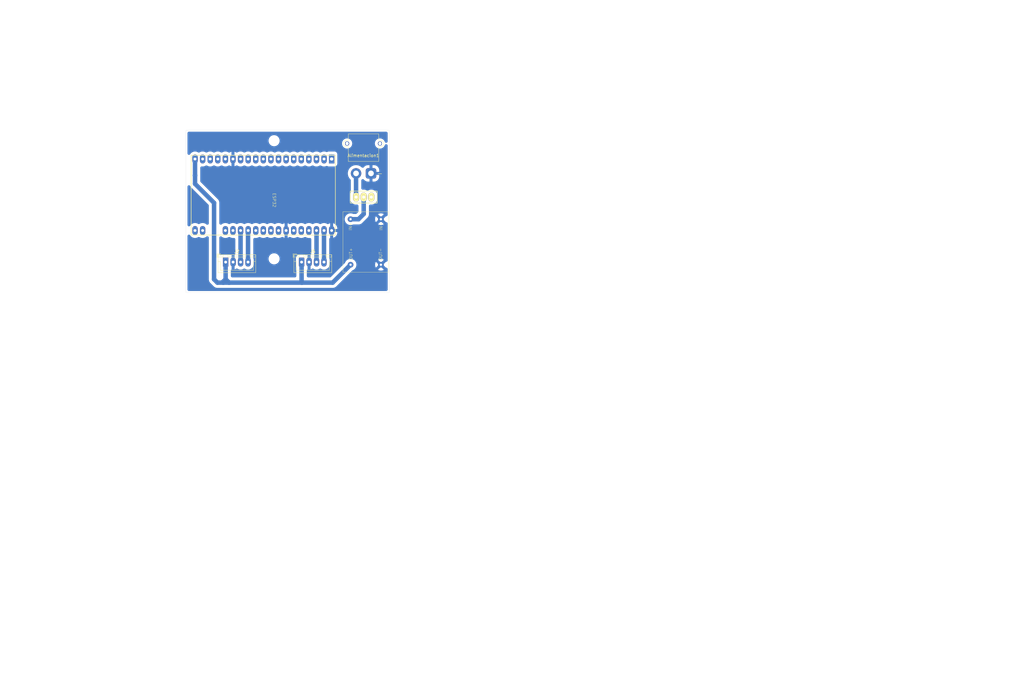
<source format=kicad_pcb>
(kicad_pcb (version 20241229) (generator "pcbnew") (generator_version "9.0")
  (layers (0 "F.Cu" signal) (2 "B.Cu" signal) (13 "F.Paste" user) (15 "B.Paste" user) (5 "F.SilkS" user "F.Silkscreen") (7 "B.SilkS" user "B.Silkscreen") (1 "F.Mask" user) (3 "B.Mask" user) (25 "Edge.Cuts" user))
  (net 0 "")
  (net 1 "VCC")
  (net 2 "GND")
  (net 3 "VCC1")
  (net 4 "INB1")
  (net 5 "INA1")
  (net 6 "INB2")
  (net 7 "INA2")
  (net 9 "LED")
  (net 20 "+5V")
  (footprint "Connector_AMASS:AMASS_XT30PW-M_1x02_P2.50mm_Horizontal" (layer "F.Cu") (at 98.52 42.225)
    (property "Reference" "Alimentacion1" (at -2.57 -5.955 0) (layer "F.SilkS"))
    (property "Value" "TB_1X2" (hide yes))
    (fp_line (start -8.15 -11.11) (end -7.56 -11.11) (stroke (width 0.12)) (layer "F.SilkS"))
    (fp_line (start -8.15 -8.89) (end -7.56 -8.89) (stroke (width 0.12)) (layer "F.SilkS"))
    (fp_line (start -7.56 -13.21) (end -7.56 -11.11) (stroke (width 0.12)) (layer "F.SilkS"))
    (fp_line (start -7.56 -13.21) (end 2.56 -13.21) (stroke (width 0.12)) (layer "F.SilkS"))
    (fp_line (start -7.56 -8.89) (end -7.56 -3.99) (stroke (width 0.12)) (layer "F.SilkS"))
    (fp_line (start -7.56 -3.99) (end 2.56 -3.99) (stroke (width 0.12)) (layer "F.SilkS"))
    (fp_line (start 2.56 -13.21) (end 2.56 -11.11) (stroke (width 0.12)) (layer "F.SilkS"))
    (fp_line (start 2.56 -11.11) (end 3.15 -11.11) (stroke (width 0.12)) (layer "F.SilkS"))
    (fp_line (start 2.56 -8.89) (end 2.56 -3.99) (stroke (width 0.12)) (layer "F.SilkS"))
    (fp_line (start 2.56 -8.89) (end 3.15 -8.89) (stroke (width 0.12)) (layer "F.SilkS"))
    (fp_arc (start -8.15 -8.89) (mid -9.26 -10) (end -8.15 -11.11) (stroke (width 0.12)) (layer "F.SilkS"))
    (fp_arc (start 3.15 -11.11) (mid 4.26 -10) (end 3.15 -8.89) (stroke (width 0.12)) (layer "F.SilkS"))
    (fp_text user "-" (at 3 0 0) (layer "F.SilkS") (effects (font (size 1.5 1.5))))
    (pad "" thru_hole circle (at -8 -10) (size 1.4 1.4) (drill 1) (layers "*.Cu" "*.Mask"))
    (pad "" thru_hole circle (at 3 -10) (size 1.4 1.4) (drill 1) (layers "*.Cu" "*.Mask"))
    (pad "1" thru_hole roundrect (at 0 0) (size 3.5 3.5) (drill 1.9) (layers "*.Cu" "*.Mask") (roundrect_rratio 0.22) (net 2 "GND"))
    (pad "2" thru_hole circle (at -5 0) (size 3.5 3.5) (drill 1.9) (layers "*.Cu" "*.Mask") (net 1 "VCC"))
  )
  (footprint "huellas Trejo:esp32 38 pin usb-c" (layer "F.Cu") (at 65.66 51.18 -90)
    (property "Reference" "ESP32" (at 0 -0.5 270) (layer "F.SilkS") (effects (font (thickness 0.1))))
    (property "Value" "~")
    (fp_line (start -15.01 27.32) (end -15.01 -20.94) (stroke (width 0.2)) (layer "F.SilkS"))
    (fp_line (start 11.69 27.32) (end -15.01 27.32) (stroke (width 0.2)) (layer "F.SilkS"))
    (fp_line (start 11.684 27.178) (end 11.709989 -20.939634) (stroke (width 0.2)) (layer "F.SilkS"))
    (fp_line (start -15.57 -19.69) (end -15.57 -19.69) (stroke (width 0.1)) (layer "F.SilkS"))
    (fp_line (start -15.47 -19.69) (end -15.47 -19.69) (stroke (width 0.1)) (layer "F.SilkS"))
    (fp_line (start -15.01 -20.94) (end 11.709989 -20.939634) (stroke (width 0.2)) (layer "F.SilkS"))
    (fp_arc (start -15.57 -19.69) (mid -15.52 -19.74) (end -15.47 -19.69) (stroke (width 0.1)) (layer "F.SilkS"))
    (fp_arc (start -15.47 -19.69) (mid -15.52 -19.64) (end -15.57 -19.69) (stroke (width 0.1)) (layer "F.SilkS"))
    (pad "1" thru_hole rect (at -13.77 -19.69 270) (size 3 1.8) (drill 1.11) (layers "*.Cu" "*.Mask"))
    (pad "2" thru_hole oval (at -13.77 -17.15 270) (size 3 1.8) (drill 0.95) (layers "*.Cu" "*.Mask"))
    (pad "3" thru_hole oval (at -13.77 -14.61 270) (size 3 1.8) (drill 0.95) (layers "*.Cu" "*.Mask"))
    (pad "4" thru_hole oval (at -13.77 -12.07 270) (size 3 1.8) (drill 0.95) (layers "*.Cu" "*.Mask"))
    (pad "5" thru_hole oval (at -13.77 -9.53 270) (size 3 1.8) (drill 0.95) (layers "*.Cu" "*.Mask"))
    (pad "6" thru_hole oval (at -13.77 -6.99 270) (size 3 1.8) (drill 0.95) (layers "*.Cu" "*.Mask"))
    (pad "7" thru_hole oval (at -13.77 -4.45 270) (size 3 1.8) (drill 0.95) (layers "*.Cu" "*.Mask"))
    (pad "8" thru_hole oval (at -13.77 -1.91 270) (size 3 1.8) (drill 0.95) (layers "*.Cu" "*.Mask"))
    (pad "9" thru_hole oval (at -13.77 0.63 270) (size 3 1.8) (drill 0.95) (layers "*.Cu" "*.Mask"))
    (pad "10" thru_hole oval (at -13.77 3.17 270) (size 3 1.8) (drill 0.95) (layers "*.Cu" "*.Mask") (net 9 "LED"))
    (pad "11" thru_hole oval (at -13.77 5.71 270) (size 3 1.8) (drill 0.95) (layers "*.Cu" "*.Mask"))
    (pad "12" thru_hole oval (at -13.77 8.25 270) (size 3 1.8) (drill 0.95) (layers "*.Cu" "*.Mask"))
    (pad "13" thru_hole oval (at -13.77 10.79 270) (size 3 1.8) (drill 0.95) (layers "*.Cu" "*.Mask"))
    (pad "14" thru_hole oval (at -13.77 13.33 270) (size 3 1.8) (drill 0.95) (layers "*.Cu" "*.Mask") (net 2 "GND"))
    (pad "15" thru_hole oval (at -13.77 15.87 270) (size 3 1.8) (drill 0.95) (layers "*.Cu" "*.Mask"))
    (pad "16" thru_hole oval (at -13.77 18.41 270) (size 3 1.8) (drill 0.95) (layers "*.Cu" "*.Mask"))
    (pad "17" thru_hole oval (at -13.77 20.95 270) (size 3 1.8) (drill 0.95) (layers "*.Cu" "*.Mask"))
    (pad "18" thru_hole oval (at -13.77 23.49 270) (size 3 1.8) (drill 0.95) (layers "*.Cu" "*.Mask"))
    (pad "19" thru_hole oval (at -13.77 26.03 270) (size 3 1.8) (drill 0.95) (layers "*.Cu" "*.Mask") (net 20 "+5V"))
    (pad "20" thru_hole oval (at 10.16 26.03 270) (size 3 1.8) (drill 0.95) (layers "*.Cu" "*.Mask"))
    (pad "21" thru_hole oval (at 10.16 23.49 270) (size 3 1.8) (drill 0.95) (layers "*.Cu" "*.Mask"))
    (pad "22" thru_hole circle (at 10.16 20.95 270) (size 0.001 0.001) (drill 0.0001) (layers "*.Cu" "*.Mask"))
    (pad "23" thru_hole circle (at 10.16 18.41 270) (size 0.001 0.001) (drill 0.0001) (layers "*.Cu" "*.Mask"))
    (pad "24" thru_hole oval (at 10.16 15.87 270) (size 3 1.8) (drill 0.95) (layers "*.Cu" "*.Mask"))
    (pad "25" thru_hole oval (at 10.16 13.33 270) (size 3 1.8) (drill 0.95) (layers "*.Cu" "*.Mask"))
    (pad "26" thru_hole oval (at 10.16 10.79 270) (size 3 1.8) (drill 0.95) (layers "*.Cu" "*.Mask") (net 4 "INB1"))
    (pad "27" thru_hole oval (at 10.16 8.25 270) (size 3 1.8) (drill 0.95) (layers "*.Cu" "*.Mask") (net 5 "INA1"))
    (pad "28" thru_hole oval (at 10.16 5.71 270) (size 3 1.8) (drill 0.95) (layers "*.Cu" "*.Mask"))
    (pad "29" thru_hole oval (at 10.16 3.17 270) (size 3 1.8) (drill 0.95) (layers "*.Cu" "*.Mask"))
    (pad "30" thru_hole oval (at 10.16 0.63 270) (size 3 1.8) (drill 0.95) (layers "*.Cu" "*.Mask"))
    (pad "31" thru_hole oval (at 10.16 -1.91 270) (size 3 1.8) (drill 0.95) (layers "*.Cu" "*.Mask"))
    (pad "32" thru_hole oval (at 10.16 -4.45 270) (size 3 1.8) (drill 0.95) (layers "*.Cu" "*.Mask") (net 2 "GND"))
    (pad "33" thru_hole oval (at 10.16 -6.99 270) (size 3 1.8) (drill 0.95) (layers "*.Cu" "*.Mask"))
    (pad "34" thru_hole oval (at 10.16 -9.53 270) (size 3 1.8) (drill 0.95) (layers "*.Cu" "*.Mask"))
    (pad "35" thru_hole oval (at 10.16 -12.07 270) (size 3 1.8) (drill 0.95) (layers "*.Cu" "*.Mask"))
    (pad "36" thru_hole oval (at 10.16 -14.61 270) (size 3 1.8) (drill 0.95) (layers "*.Cu" "*.Mask") (net 6 "INB2"))
    (pad "37" thru_hole oval (at 10.16 -17.15 270) (size 3 1.8) (drill 0.95) (layers "*.Cu" "*.Mask") (net 7 "INA2"))
    (pad "38" thru_hole oval (at 10.16 -19.69 270) (size 3 1.8) (drill 0.95) (layers "*.Cu" "*.Mask") (net 2 "GND"))
  )
  (footprint "MountingHole:MountingHole_3.2mm_M3_DIN965" (layer "F.Cu") (at 66.09 31.29)
    (property "Reference" "H1" (hide yes))
    (property "Value" "MountingHole" (hide yes))
    (pad "" np_thru_hole circle (at 0 0) (size 3.2 3.2) (drill 3.2) (layers "*.Cu" "*.Mask"))
  )
  (footprint "Connector_JST:JST_XH_B4B-XH-A_1x04_P2.50mm_Vertical" (layer "F.Cu") (at 75.29 71.91)
    (property "Reference" "J5" (at 3.75 -3.55 0) (layer "F.SilkS"))
    (property "Value" "BTS-2" (hide yes))
    (fp_line (start -2.85 -2.75) (end -2.85 -1.5) (stroke (width 0.12)) (layer "F.SilkS"))
    (fp_line (start -2.56 -2.46) (end -2.56 3.51) (stroke (width 0.12)) (layer "F.SilkS"))
    (fp_line (start -2.56 3.51) (end 10.06 3.51) (stroke (width 0.12)) (layer "F.SilkS"))
    (fp_line (start -2.55 -2.45) (end -2.55 -1.7) (stroke (width 0.12)) (layer "F.SilkS"))
    (fp_line (start -2.55 -1.7) (end -0.75 -1.7) (stroke (width 0.12)) (layer "F.SilkS"))
    (fp_line (start -2.55 -0.2) (end -1.8 -0.2) (stroke (width 0.12)) (layer "F.SilkS"))
    (fp_line (start -1.8 -0.2) (end -1.8 2.75) (stroke (width 0.12)) (layer "F.SilkS"))
    (fp_line (start -1.8 2.75) (end 3.75 2.75) (stroke (width 0.12)) (layer "F.SilkS"))
    (fp_line (start -1.6 -2.75) (end -2.85 -2.75) (stroke (width 0.12)) (layer "F.SilkS"))
    (fp_line (start -0.75 -2.45) (end -2.55 -2.45) (stroke (width 0.12)) (layer "F.SilkS"))
    (fp_line (start -0.75 -1.7) (end -0.75 -2.45) (stroke (width 0.12)) (layer "F.SilkS"))
    (fp_line (start 0.75 -2.45) (end 0.75 -1.7) (stroke (width 0.12)) (layer "F.SilkS"))
    (fp_line (start 0.75 -1.7) (end 6.75 -1.7) (stroke (width 0.12)) (layer "F.SilkS"))
    (fp_line (start 6.75 -2.45) (end 0.75 -2.45) (stroke (width 0.12)) (layer "F.SilkS"))
    (fp_line (start 6.75 -1.7) (end 6.75 -2.45) (stroke (width 0.12)) (layer "F.SilkS"))
    (fp_line (start 8.25 -2.45) (end 8.25 -1.7) (stroke (width 0.12)) (layer "F.SilkS"))
    (fp_line (start 8.25 -1.7) (end 10.05 -1.7) (stroke (width 0.12)) (layer "F.SilkS"))
    (fp_line (start 9.3 -0.2) (end 9.3 2.75) (stroke (width 0.12)) (layer "F.SilkS"))
    (fp_line (start 9.3 2.75) (end 3.75 2.75) (stroke (width 0.12)) (layer "F.SilkS"))
    (fp_line (start 10.05 -2.45) (end 8.25 -2.45) (stroke (width 0.12)) (layer "F.SilkS"))
    (fp_line (start 10.05 -1.7) (end 10.05 -2.45) (stroke (width 0.12)) (layer "F.SilkS"))
    (fp_line (start 10.05 -0.2) (end 9.3 -0.2) (stroke (width 0.12)) (layer "F.SilkS"))
    (fp_line (start 10.06 -2.46) (end -2.56 -2.46) (stroke (width 0.12)) (layer "F.SilkS"))
    (fp_line (start 10.06 3.51) (end 10.06 -2.46) (stroke (width 0.12)) (layer "F.SilkS"))
    (pad "1" thru_hole roundrect (at 0 0) (size 1.8 3) (drill 0.95) (layers "*.Cu" "*.Mask") (roundrect_rratio 0.147059) (net 20 "+5V"))
    (pad "2" thru_hole oval (at 2.5 0) (size 1.8 3) (drill 0.95) (layers "*.Cu" "*.Mask") (net 2 "GND"))
    (pad "3" thru_hole oval (at 5 0) (size 1.8 3) (drill 0.95) (layers "*.Cu" "*.Mask") (net 6 "INB2"))
    (pad "4" thru_hole oval (at 7.5 0) (size 1.8 3) (drill 0.95) (layers "*.Cu" "*.Mask") (net 7 "INA2"))
  )
  (footprint "MountingHole:MountingHole_3.2mm_M3_DIN965" (layer "F.Cu") (at 66.09 70.82)
    (property "Reference" "H3" (hide yes))
    (property "Value" "MountingHole" (hide yes))
    (pad "" np_thru_hole circle (at 0 0) (size 3.2 3.2) (drill 3.2) (layers "*.Cu" "*.Mask"))
  )
  (footprint "Connector_JST:JST_XH_B4B-XH-A_1x04_P2.50mm_Vertical" (layer "F.Cu") (at 49.87 71.91)
    (property "Reference" "J2" (at 3.75 -3.55 0) (layer "F.SilkS"))
    (property "Value" "BTS-1" (hide yes))
    (fp_line (start -2.85 -2.75) (end -2.85 -1.5) (stroke (width 0.12)) (layer "F.SilkS"))
    (fp_line (start -2.56 -2.46) (end -2.56 3.51) (stroke (width 0.12)) (layer "F.SilkS"))
    (fp_line (start -2.56 3.51) (end 10.06 3.51) (stroke (width 0.12)) (layer "F.SilkS"))
    (fp_line (start -2.55 -2.45) (end -2.55 -1.7) (stroke (width 0.12)) (layer "F.SilkS"))
    (fp_line (start -2.55 -1.7) (end -0.75 -1.7) (stroke (width 0.12)) (layer "F.SilkS"))
    (fp_line (start -2.55 -0.2) (end -1.8 -0.2) (stroke (width 0.12)) (layer "F.SilkS"))
    (fp_line (start -1.8 -0.2) (end -1.8 2.75) (stroke (width 0.12)) (layer "F.SilkS"))
    (fp_line (start -1.8 2.75) (end 3.75 2.75) (stroke (width 0.12)) (layer "F.SilkS"))
    (fp_line (start -1.6 -2.75) (end -2.85 -2.75) (stroke (width 0.12)) (layer "F.SilkS"))
    (fp_line (start -0.75 -2.45) (end -2.55 -2.45) (stroke (width 0.12)) (layer "F.SilkS"))
    (fp_line (start -0.75 -1.7) (end -0.75 -2.45) (stroke (width 0.12)) (layer "F.SilkS"))
    (fp_line (start 0.75 -2.45) (end 0.75 -1.7) (stroke (width 0.12)) (layer "F.SilkS"))
    (fp_line (start 0.75 -1.7) (end 6.75 -1.7) (stroke (width 0.12)) (layer "F.SilkS"))
    (fp_line (start 6.75 -2.45) (end 0.75 -2.45) (stroke (width 0.12)) (layer "F.SilkS"))
    (fp_line (start 6.75 -1.7) (end 6.75 -2.45) (stroke (width 0.12)) (layer "F.SilkS"))
    (fp_line (start 8.25 -2.45) (end 8.25 -1.7) (stroke (width 0.12)) (layer "F.SilkS"))
    (fp_line (start 8.25 -1.7) (end 10.05 -1.7) (stroke (width 0.12)) (layer "F.SilkS"))
    (fp_line (start 9.3 -0.2) (end 9.3 2.75) (stroke (width 0.12)) (layer "F.SilkS"))
    (fp_line (start 9.3 2.75) (end 3.75 2.75) (stroke (width 0.12)) (layer "F.SilkS"))
    (fp_line (start 10.05 -2.45) (end 8.25 -2.45) (stroke (width 0.12)) (layer "F.SilkS"))
    (fp_line (start 10.05 -1.7) (end 10.05 -2.45) (stroke (width 0.12)) (layer "F.SilkS"))
    (fp_line (start 10.05 -0.2) (end 9.3 -0.2) (stroke (width 0.12)) (layer "F.SilkS"))
    (fp_line (start 10.06 -2.46) (end -2.56 -2.46) (stroke (width 0.12)) (layer "F.SilkS"))
    (fp_line (start 10.06 3.51) (end 10.06 -2.46) (stroke (width 0.12)) (layer "F.SilkS"))
    (pad "1" thru_hole rect (at 0 0) (size 1.8 3) (drill 0.95) (layers "*.Cu" "*.Mask") (net 20 "+5V"))
    (pad "2" thru_hole oval (at 2.5 0) (size 1.8 3) (drill 0.95) (layers "*.Cu" "*.Mask") (net 2 "GND"))
    (pad "3" thru_hole oval (at 5 0) (size 1.8 3) (drill 0.95) (layers "*.Cu" "*.Mask") (net 4 "INB1"))
    (pad "4" thru_hole oval (at 7.5 0) (size 1.8 3) (drill 0.95) (layers "*.Cu" "*.Mask") (net 5 "INA1"))
  )
  (footprint "huellas Trejo:switch smd" (layer "F.Cu") (at 98.62 47.62 -90)
    (property "Reference" "SW1" (hide yes))
    (property "Value" "SW_DPST_x2" (hide yes))
    (fp_rect (start 0.54 -1.96) (end 4.54 7.04) (stroke (width 0.2)) (fill no) (layer "F.SilkS"))
    (pad "1" thru_hole oval (at 2.54 5.08 180) (size 2 3) (drill 1) (layers "*.Cu" "*.Mask" "F.SilkS") (net 1 "VCC"))
    (pad "2" thru_hole oval (at 2.54 2.54 180) (size 2 3) (drill 1) (layers "*.Cu" "*.Mask" "F.SilkS") (net 3 "VCC1"))
    (pad "3" thru_hole oval (at 2.54 0 180) (size 2 3) (drill 1) (layers "*.Cu" "*.Mask" "F.SilkS"))
  )
  (footprint "Libreria-T:STEPDOWN" (layer "F.Cu") (at 96.76 65.98 180)
    (property "Reference" "stepdown1" (hide yes))
    (property "Value" "~" (hide yes))
    (fp_rect (start -7.62 -9.36) (end 7.62 10.96) (stroke (width 0.1)) (fill no) (layer "F.SilkS"))
    (fp_text user "IN+" (at 4.53 4.55 90) (layer "F.SilkS") (effects (font (thickness 0.1)) (justify left bottom)))
    (fp_text user "IN-" (at -5.72 4.55 90) (layer "F.SilkS") (effects (font (thickness 0.1)) (justify left bottom)))
    (fp_text user "OUT+" (at 4.405 -5.35 90) (layer "F.SilkS") (effects (font (thickness 0.1)) (justify left bottom)))
    (fp_text user "OUT-" (at -5.57 -5.425 90) (layer "F.SilkS") (effects (font (thickness 0.1)) (justify left bottom)))
    (pad "1" thru_hole circle (at -5.08 -6.82 180) (size 1.905 1.905) (drill 0.762) (layers "*.Cu" "*.Mask") (net 2 "GND"))
    (pad "2" thru_hole circle (at 5.08 -6.82 180) (size 1.905 1.905) (drill 0.762) (layers "*.Cu" "*.Mask") (net 20 "+5V"))
    (pad "3" thru_hole circle (at -5.08 8.42 180) (size 1.905 1.905) (drill 0.762) (layers "*.Cu" "*.Mask") (net 2 "GND"))
    (pad "4" thru_hole circle (at 5.08 8.42 180) (size 1.905 1.905) (drill 0.762) (layers "*.Cu" "*.Mask") (net 3 "VCC1"))
  )
  (gr_rect (start 36.6 27.78) (end 104.6 82.09) (stroke (width 0.05)) (fill no) (layer "Edge.Cuts"))
  (segment (start 93.52 42.225) (end 93.52 50.14) (width 1.5) (layer "B.Cu") (net 1))
  (segment (start 96.08 55.82) (end 94.34 57.56) (width 1.5) (layer "B.Cu") (net 3))
  (segment (start 96.08 50.16) (end 96.08 55.82) (width 1.5) (layer "B.Cu") (net 3))
  (segment (start 94.34 57.56) (end 91.68 57.56) (width 1.5) (layer "B.Cu") (net 3))
  (segment (start 54.87 71.885) (end 54.87 61.355) (width 1.5) (layer "B.Cu") (net 4))
  (segment (start 57.37 71.885) (end 57.37 61.315) (width 1.5) (layer "B.Cu") (net 5))
  (segment (start 80.29 71.91) (end 80.29 61.45) (width 1.5) (layer "B.Cu") (net 6))
  (segment (start 82.79 71.91) (end 82.79 61.49) (width 1.5) (layer "B.Cu") (net 7))
  (segment (start 75.38 78.79) (end 85.69 78.79) (width 1.5) (layer "B.Cu") (net 20))
  (segment (start 49.07 78.44) (end 49.87 77.64) (width 1.5) (layer "B.Cu") (net 20))
  (segment (start 49.07 78.79) (end 49.07 78.44) (width 1.5) (layer "B.Cu") (net 20))
  (segment (start 51.02 78.79) (end 75.38 78.79) (width 1.5) (layer "B.Cu") (net 20))
  (segment (start 47.12 78.79) (end 49.07 78.79) (width 1.5) (layer "B.Cu") (net 20))
  (segment (start 75.29 71.91) (end 75.29 78.7) (width 1.5) (layer "B.Cu") (net 20))
  (segment (start 49.87 77.64) (end 51.02 78.79) (width 1.5) (layer "B.Cu") (net 20))
  (segment (start 45.9985 77.6685) (end 47.12 78.79) (width 1.5) (layer "B.Cu") (net 20))
  (segment (start 39.63 45.723) (end 45.9985 52.0915) (width 1.5) (layer "B.Cu") (net 20))
  (segment (start 85.69 78.79) (end 91.68 72.8) (width 1.5) (layer "B.Cu") (net 20))
  (segment (start 39.63 37.41) (end 39.63 42.91) (width 1.5) (layer "B.Cu") (net 20))
  (segment (start 49.87 71.91) (end 49.87 77.64) (width 1.5) (layer "B.Cu") (net 20))
  (segment (start 45.9985 52.0915) (end 45.9985 77.6685) (width 1.5) (layer "B.Cu") (net 20))
  (segment (start 39.63 42.91) (end 39.63 45.723) (width 1.5) (layer "B.Cu") (net 20))
  (segment (start 75.29 78.7) (end 75.38 78.79) (width 1.5) (layer "B.Cu") (net 20))
  (segment (start 39.63 42.91) (end 39.62 42.92) (width 1.5) (layer "B.Cu") (net 20))
  (segment (start 51.02 78.79) (end 49.07 78.79) (width 1.5) (layer "B.Cu") (net 20))
  (zone (net 2) (net_name "GND") (layer "B.Cu") (connect_pads (clearance 1)) (min_thickness 1) (fill yes (thermal_gap 1) (thermal_bridge_width 1) (island_removal_mode 1) (island_area_min 10))
    (polygon (pts (xy -25.64 -15.8) (xy -25.64 218.47) (xy 317.06 218.47) (xy 317.06 -15.8)))
  )
)
</source>
